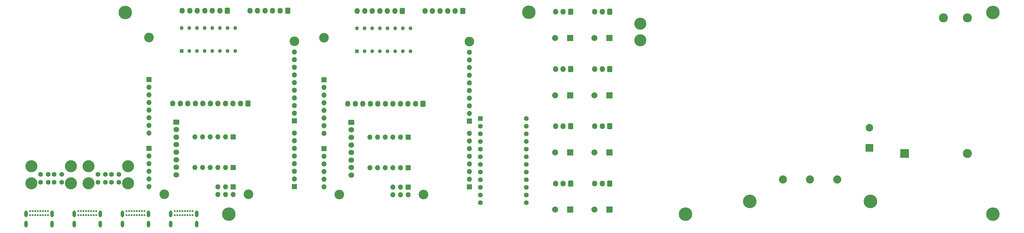
<source format=gbs>
G04 #@! TF.GenerationSoftware,KiCad,Pcbnew,(6.0.1)*
G04 #@! TF.CreationDate,2023-01-17T23:28:05-08:00*
G04 #@! TF.ProjectId,DDRduino2,44445264-7569-46e6-9f32-2e6b69636164,rev?*
G04 #@! TF.SameCoordinates,Original*
G04 #@! TF.FileFunction,Soldermask,Bot*
G04 #@! TF.FilePolarity,Negative*
%FSLAX46Y46*%
G04 Gerber Fmt 4.6, Leading zero omitted, Abs format (unit mm)*
G04 Created by KiCad (PCBNEW (6.0.1)) date 2023-01-17 23:28:05*
%MOMM*%
%LPD*%
G01*
G04 APERTURE LIST*
G04 Aperture macros list*
%AMRoundRect*
0 Rectangle with rounded corners*
0 $1 Rounding radius*
0 $2 $3 $4 $5 $6 $7 $8 $9 X,Y pos of 4 corners*
0 Add a 4 corners polygon primitive as box body*
4,1,4,$2,$3,$4,$5,$6,$7,$8,$9,$2,$3,0*
0 Add four circle primitives for the rounded corners*
1,1,$1+$1,$2,$3*
1,1,$1+$1,$4,$5*
1,1,$1+$1,$6,$7*
1,1,$1+$1,$8,$9*
0 Add four rect primitives between the rounded corners*
20,1,$1+$1,$2,$3,$4,$5,0*
20,1,$1+$1,$4,$5,$6,$7,0*
20,1,$1+$1,$6,$7,$8,$9,0*
20,1,$1+$1,$8,$9,$2,$3,0*%
G04 Aperture macros list end*
%ADD10C,2.700000*%
%ADD11C,4.516000*%
%ADD12C,0.650000*%
%ADD13O,1.108000X2.216000*%
%ADD14R,1.262126X1.262126*%
%ADD15C,1.262126*%
%ADD16C,1.600000*%
%ADD17C,4.000000*%
%ADD18C,3.200000*%
%ADD19RoundRect,0.250000X0.600000X0.725000X-0.600000X0.725000X-0.600000X-0.725000X0.600000X-0.725000X0*%
%ADD20O,1.700000X1.950000*%
%ADD21R,2.000000X2.000000*%
%ADD22C,2.000000*%
%ADD23C,4.500000*%
%ADD24R,1.700000X1.700000*%
%ADD25O,1.700000X1.700000*%
%ADD26RoundRect,0.250000X-0.725000X0.600000X-0.725000X-0.600000X0.725000X-0.600000X0.725000X0.600000X0*%
%ADD27O,1.950000X1.700000*%
%ADD28R,2.500000X2.500000*%
%ADD29C,2.500000*%
%ADD30R,1.600000X1.600000*%
%ADD31R,3.000000X3.000000*%
%ADD32C,3.000000*%
G04 APERTURE END LIST*
D10*
X319884230Y-155025730D03*
X310884230Y-155025730D03*
X301884230Y-155025730D03*
D11*
X330884230Y-162325730D03*
X290884230Y-162325730D03*
D12*
X52025000Y-165472480D03*
X52875000Y-165472480D03*
X53725000Y-165472480D03*
X54575000Y-165472480D03*
X55425000Y-165472480D03*
X56275000Y-165472480D03*
X57125000Y-165472480D03*
X57975000Y-165472480D03*
X57975000Y-166822480D03*
X57125000Y-166822480D03*
X56275000Y-166822480D03*
X55425000Y-166822480D03*
X54575000Y-166822480D03*
X53725000Y-166822480D03*
X52875000Y-166822480D03*
X52025000Y-166822480D03*
D13*
X50675000Y-166452480D03*
X59325000Y-166452480D03*
X59325000Y-169832480D03*
X50675000Y-169832480D03*
D14*
X102352000Y-112312000D03*
D15*
X104892000Y-112312000D03*
X107432000Y-112312000D03*
X109972000Y-112312000D03*
X112512000Y-112312000D03*
X115052000Y-112312000D03*
X117592000Y-112312000D03*
X120132000Y-112312000D03*
X120132000Y-104692000D03*
X117592000Y-104692000D03*
X115052000Y-104692000D03*
X112512000Y-104692000D03*
X109972000Y-104692000D03*
X107432000Y-104692000D03*
X104892000Y-104692000D03*
X102352000Y-104692000D03*
D14*
X160437480Y-112402480D03*
D15*
X162977480Y-112402480D03*
X165517480Y-112402480D03*
X168057480Y-112402480D03*
X170597480Y-112402480D03*
X173137480Y-112402480D03*
X175677480Y-112402480D03*
X178217480Y-112402480D03*
X178217480Y-104782480D03*
X175677480Y-104782480D03*
X173137480Y-104782480D03*
X170597480Y-104782480D03*
X168057480Y-104782480D03*
X165517480Y-104782480D03*
X162977480Y-104782480D03*
X160437480Y-104782480D03*
D16*
X81500000Y-155904700D03*
X81500000Y-153284700D03*
X79000000Y-155904700D03*
X79000000Y-153284700D03*
X77000000Y-155904700D03*
X77000000Y-153284700D03*
X74500000Y-155904700D03*
X74500000Y-153284700D03*
D17*
X84570000Y-150574700D03*
X71430000Y-150574700D03*
X84570000Y-156254700D03*
X71430000Y-156254700D03*
D18*
X154647480Y-160002480D03*
D19*
X244415865Y-118332480D03*
D20*
X241915865Y-118332480D03*
X239415865Y-118332480D03*
D21*
X244283542Y-127032480D03*
D22*
X239283542Y-127032480D03*
D23*
X371577480Y-99532480D03*
X83577480Y-99532480D03*
D19*
X244415865Y-156332480D03*
D20*
X241915865Y-156332480D03*
X239415865Y-156332480D03*
D12*
X68025000Y-165472480D03*
X68875000Y-165472480D03*
X69725000Y-165472480D03*
X70575000Y-165472480D03*
X71425000Y-165472480D03*
X72275000Y-165472480D03*
X73125000Y-165472480D03*
X73975000Y-165472480D03*
X73975000Y-166822480D03*
X73125000Y-166822480D03*
X72275000Y-166822480D03*
X71425000Y-166822480D03*
X70575000Y-166822480D03*
X69725000Y-166822480D03*
X68875000Y-166822480D03*
X68025000Y-166822480D03*
D13*
X66675000Y-166452480D03*
X75325000Y-166452480D03*
X75325000Y-169832480D03*
X66675000Y-169832480D03*
D19*
X244415865Y-99332480D03*
D20*
X241915865Y-99332480D03*
X239415865Y-99332480D03*
D21*
X231283542Y-146032480D03*
D22*
X226283542Y-146032480D03*
D24*
X177525480Y-151100480D03*
D25*
X174985480Y-151100480D03*
X172445480Y-151100480D03*
X169905480Y-151100480D03*
X167365480Y-151100480D03*
X164825480Y-151100480D03*
D26*
X100492000Y-135942000D03*
D27*
X100492000Y-138442000D03*
X100492000Y-140942000D03*
X100492000Y-143442000D03*
X100492000Y-145942000D03*
X100492000Y-148442000D03*
X100492000Y-150942000D03*
X100492000Y-153442000D03*
D19*
X175577480Y-99032480D03*
D20*
X173077480Y-99032480D03*
X170577480Y-99032480D03*
X168077480Y-99032480D03*
X165577480Y-99032480D03*
X163077480Y-99032480D03*
X160577480Y-99032480D03*
D19*
X117492000Y-98942000D03*
D20*
X114992000Y-98942000D03*
X112492000Y-98942000D03*
X109992000Y-98942000D03*
X107492000Y-98942000D03*
X104992000Y-98942000D03*
X102492000Y-98942000D03*
D21*
X244283542Y-165032480D03*
D22*
X239283542Y-165032480D03*
D28*
X330577480Y-144532480D03*
D29*
X330577480Y-137782480D03*
D17*
X254577480Y-103282480D03*
X254577480Y-108782480D03*
D19*
X231415865Y-156332480D03*
D20*
X228915865Y-156332480D03*
X226415865Y-156332480D03*
D21*
X244283542Y-108032480D03*
D22*
X239283542Y-108032480D03*
D18*
X139742000Y-109112000D03*
X149577480Y-107932480D03*
X197827480Y-109202480D03*
D24*
X119440000Y-151010000D03*
D25*
X116900000Y-151010000D03*
X114360000Y-151010000D03*
X111820000Y-151010000D03*
X109280000Y-151010000D03*
X106740000Y-151010000D03*
D21*
X231283542Y-165032480D03*
D22*
X226283542Y-165032480D03*
D19*
X124360000Y-129742000D03*
D20*
X121860000Y-129742000D03*
X119360000Y-129742000D03*
X116860000Y-129742000D03*
X114360000Y-129742000D03*
X111860000Y-129742000D03*
X109360000Y-129742000D03*
X106860000Y-129742000D03*
X104360000Y-129742000D03*
X101860000Y-129742000D03*
X99360000Y-129742000D03*
D19*
X231415865Y-118332480D03*
D20*
X228915865Y-118332480D03*
X226415865Y-118332480D03*
D18*
X182587480Y-160012480D03*
D19*
X244415865Y-137332480D03*
D20*
X241915865Y-137332480D03*
X239415865Y-137332480D03*
D19*
X137492000Y-98942000D03*
D20*
X134992000Y-98942000D03*
X132492000Y-98942000D03*
X129992000Y-98942000D03*
X127492000Y-98942000D03*
X124992000Y-98942000D03*
D24*
X177525480Y-140940480D03*
D25*
X174985480Y-140940480D03*
X172445480Y-140940480D03*
X169905480Y-140940480D03*
X167365480Y-140940480D03*
X164825480Y-140940480D03*
D12*
X100025000Y-165472480D03*
X100875000Y-165472480D03*
X101725000Y-165472480D03*
X102575000Y-165472480D03*
X103425000Y-165472480D03*
X104275000Y-165472480D03*
X105125000Y-165472480D03*
X105975000Y-165472480D03*
X105975000Y-166822480D03*
X105125000Y-166822480D03*
X104275000Y-166822480D03*
X103425000Y-166822480D03*
X102575000Y-166822480D03*
X101725000Y-166822480D03*
X100875000Y-166822480D03*
X100025000Y-166822480D03*
D13*
X98675000Y-166452480D03*
X107325000Y-166452480D03*
X107325000Y-169832480D03*
X98675000Y-169832480D03*
D12*
X84025000Y-165472480D03*
X84875000Y-165472480D03*
X85725000Y-165472480D03*
X86575000Y-165472480D03*
X87425000Y-165472480D03*
X88275000Y-165472480D03*
X89125000Y-165472480D03*
X89975000Y-165472480D03*
X89975000Y-166822480D03*
X89125000Y-166822480D03*
X88275000Y-166822480D03*
X87425000Y-166822480D03*
X86575000Y-166822480D03*
X85725000Y-166822480D03*
X84875000Y-166822480D03*
X84025000Y-166822480D03*
D13*
X82675000Y-166452480D03*
X91325000Y-166452480D03*
X91325000Y-169832480D03*
X82675000Y-169832480D03*
D21*
X244283542Y-146032480D03*
D22*
X239283542Y-146032480D03*
D19*
X231415865Y-137332480D03*
D20*
X228915865Y-137332480D03*
X226415865Y-137332480D03*
D18*
X96562000Y-159912000D03*
D23*
X269500000Y-166500000D03*
D19*
X182445480Y-129832480D03*
D20*
X179945480Y-129832480D03*
X177445480Y-129832480D03*
X174945480Y-129832480D03*
X172445480Y-129832480D03*
X169945480Y-129832480D03*
X167445480Y-129832480D03*
X164945480Y-129832480D03*
X162445480Y-129832480D03*
X159945480Y-129832480D03*
X157445480Y-129832480D03*
D16*
X201457480Y-137272480D03*
D30*
X201457480Y-134732480D03*
D16*
X201457480Y-144892480D03*
X201457480Y-147432480D03*
X201457480Y-149972480D03*
X201457480Y-152512480D03*
X201457480Y-155052480D03*
X201457480Y-157592480D03*
X201457480Y-160132480D03*
X201457480Y-162672480D03*
X216697480Y-162672480D03*
X216697480Y-157592480D03*
X216697480Y-155052480D03*
X216697480Y-160132480D03*
X216697480Y-152512480D03*
X216697480Y-149972480D03*
X216697480Y-147432480D03*
X216697480Y-144892480D03*
X201457480Y-139812480D03*
X201457480Y-142352480D03*
X216697480Y-137272480D03*
X216697480Y-134732480D03*
X216697480Y-139812480D03*
X216697480Y-142352480D03*
D18*
X124502000Y-159922000D03*
X91492000Y-107842000D03*
D23*
X118000000Y-166500000D03*
D19*
X195577480Y-99032480D03*
D20*
X193077480Y-99032480D03*
X190577480Y-99032480D03*
X188077480Y-99032480D03*
X185577480Y-99032480D03*
X183077480Y-99032480D03*
D24*
X119440000Y-140850000D03*
D25*
X116900000Y-140850000D03*
X114360000Y-140850000D03*
X111820000Y-140850000D03*
X109280000Y-140850000D03*
X106740000Y-140850000D03*
D16*
X62500000Y-155904700D03*
X62500000Y-153284700D03*
X60000000Y-155904700D03*
X60000000Y-153284700D03*
X58000000Y-155904700D03*
X58000000Y-153284700D03*
X55500000Y-155904700D03*
X55500000Y-153284700D03*
D17*
X65570000Y-150574700D03*
X52430000Y-150574700D03*
X65570000Y-156254700D03*
X52430000Y-156254700D03*
D23*
X371577480Y-166532480D03*
D31*
X342294980Y-146332480D03*
D32*
X363094980Y-146332480D03*
X363094980Y-101332480D03*
X355094980Y-101332480D03*
D21*
X231283542Y-127032480D03*
D22*
X226283542Y-127032480D03*
D19*
X231415865Y-99332480D03*
D20*
X228915865Y-99332480D03*
X226415865Y-99332480D03*
D21*
X231283542Y-108032480D03*
D22*
X226283542Y-108032480D03*
D26*
X158577480Y-136032480D03*
D27*
X158577480Y-138532480D03*
X158577480Y-141032480D03*
X158577480Y-143532480D03*
X158577480Y-146032480D03*
X158577480Y-148532480D03*
X158577480Y-151032480D03*
X158577480Y-153532480D03*
D23*
X217500000Y-99500000D03*
D24*
X197845480Y-135606480D03*
D25*
X197845480Y-133066480D03*
X197845480Y-130526480D03*
X197845480Y-127986480D03*
X197845480Y-125446480D03*
X197845480Y-122906480D03*
X197845480Y-120366480D03*
X197845480Y-117826480D03*
X197845480Y-115286480D03*
X197845480Y-112746480D03*
D24*
X119440000Y-157487000D03*
D25*
X119440000Y-160027000D03*
X116900000Y-157487000D03*
X116900000Y-160027000D03*
X114360000Y-157487000D03*
X114360000Y-160027000D03*
D24*
X139760000Y-157360000D03*
D25*
X139760000Y-154820000D03*
X139760000Y-152280000D03*
X139760000Y-149740000D03*
X139760000Y-147200000D03*
X139760000Y-144660000D03*
X139760000Y-142120000D03*
X139760000Y-139580000D03*
D24*
X197845480Y-157450480D03*
D25*
X197845480Y-154910480D03*
X197845480Y-152370480D03*
X197845480Y-149830480D03*
X197845480Y-147290480D03*
X197845480Y-144750480D03*
X197845480Y-142210480D03*
X197845480Y-139670480D03*
D24*
X177525480Y-157577480D03*
D25*
X177525480Y-160117480D03*
X174985480Y-157577480D03*
X174985480Y-160117480D03*
X172445480Y-157577480D03*
X172445480Y-160117480D03*
D24*
X139760000Y-135516000D03*
D25*
X139760000Y-132976000D03*
X139760000Y-130436000D03*
X139760000Y-127896000D03*
X139760000Y-125356000D03*
X139760000Y-122816000D03*
X139760000Y-120276000D03*
X139760000Y-117736000D03*
X139760000Y-115196000D03*
X139760000Y-112656000D03*
D24*
X149585480Y-121890480D03*
D25*
X149585480Y-124430480D03*
X149585480Y-126970480D03*
X149585480Y-129510480D03*
X149585480Y-132050480D03*
X149585480Y-134590480D03*
X149585480Y-137130480D03*
X149585480Y-139670480D03*
D24*
X91500000Y-144660000D03*
D25*
X91500000Y-147200000D03*
X91500000Y-149740000D03*
X91500000Y-152280000D03*
X91500000Y-154820000D03*
X91500000Y-157360000D03*
D24*
X91500000Y-121800000D03*
D25*
X91500000Y-124340000D03*
X91500000Y-126880000D03*
X91500000Y-129420000D03*
X91500000Y-131960000D03*
X91500000Y-134500000D03*
X91500000Y-137040000D03*
X91500000Y-139580000D03*
D24*
X149585480Y-144750480D03*
D25*
X149585480Y-147290480D03*
X149585480Y-149830480D03*
X149585480Y-152370480D03*
X149585480Y-154910480D03*
X149585480Y-157450480D03*
M02*

</source>
